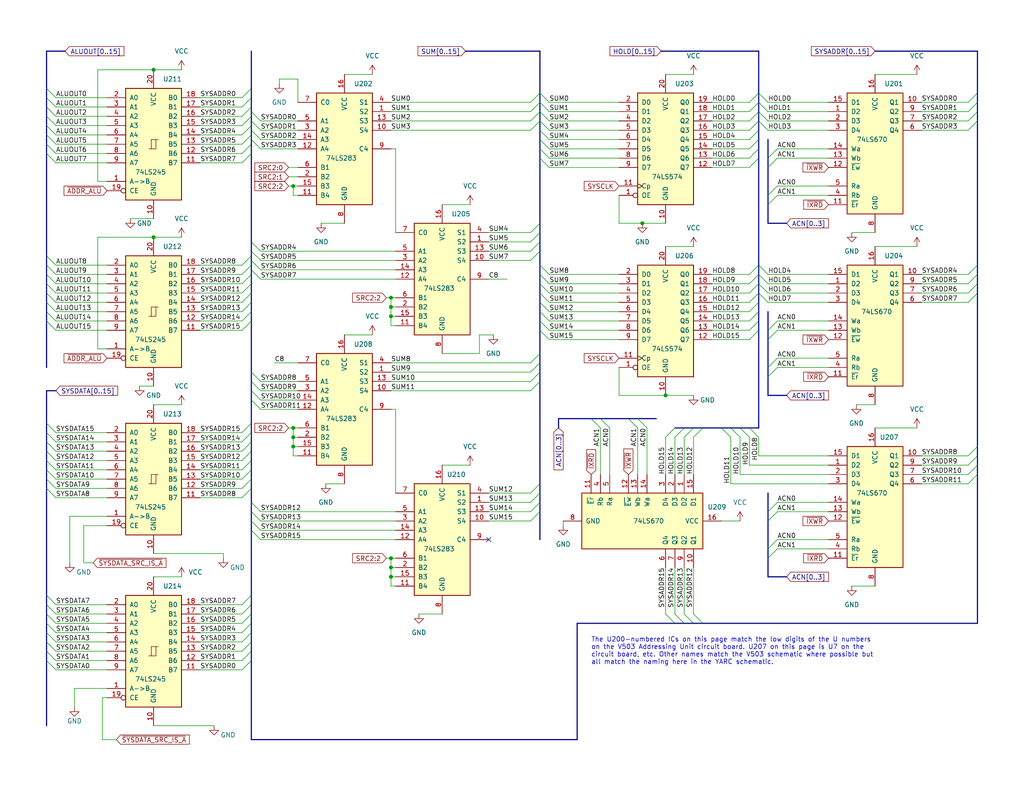
<source format=kicad_sch>
(kicad_sch (version 20230121) (generator eeschema)
  (paper "USLetter")
  (title_block (title "YARC Addressing Unit (AU)"))
  (junction (at 106.68 81.28))
  (junction (at 80.01 116.84))
  (junction (at 106.68 152.4))
  (junction (at 80.01 50.8))
  (junction (at 106.68 83.82))
  (junction (at 106.68 86.36))
  (junction (at 181.61 107.95))
  (junction (at 175.26 60.96))
  (junction (at 106.68 157.48))
  (junction (at 41.91 64.77))
  (junction (at 80.01 121.92))
  (junction (at 106.68 154.94))
  (junction (at 41.91 19.05))
  (junction (at 80.01 119.38))
  (no_connect (at 133.35 147.32))
  (bus_entry (at 68.58 125.73) (size -2.54 2.54))
  (bus_entry (at 186.69 116.84) (size -2.54 2.54))
  (bus_entry (at 266.7 127) (size -2.54 2.54))
  (bus_entry (at 147.32 63.5) (size -2.54 2.54))
  (bus_entry (at 207.01 72.39) (size 2.54 2.54))
  (bus_entry (at 68.58 31.75) (size -2.54 2.54))
  (bus_entry (at 68.58 118.11) (size -2.54 2.54))
  (bus_entry (at 189.23 116.84) (size -2.54 2.54))
  (bus_entry (at 12.7 175.26) (size 2.54 2.54))
  (bus_entry (at 68.58 142.24) (size 2.54 2.54))
  (bus_entry (at 207.01 35.56) (size -2.54 2.54))
  (bus_entry (at 68.58 38.1) (size 2.54 2.54))
  (bus_entry (at 207.01 25.4) (size -2.54 2.54))
  (bus_entry (at 184.15 170.18) (size -2.54 -2.54))
  (bus_entry (at 147.32 77.47) (size 2.54 2.54))
  (bus_entry (at 147.32 33.02) (size -2.54 2.54))
  (bus_entry (at 68.58 82.55) (size -2.54 2.54))
  (bus_entry (at 147.32 74.93) (size 2.54 2.54))
  (bus_entry (at 147.32 87.63) (size 2.54 2.54))
  (bus_entry (at 12.7 180.34) (size 2.54 2.54))
  (bus_entry (at 68.58 35.56) (size 2.54 2.54))
  (bus_entry (at 266.7 74.93) (size -2.54 2.54))
  (bus_entry (at 147.32 38.1) (size 2.54 2.54))
  (bus_entry (at 68.58 109.22) (size 2.54 2.54))
  (bus_entry (at 209.55 92.71) (size 2.54 -2.54))
  (bus_entry (at 12.7 133.35) (size 2.54 2.54))
  (bus_entry (at 209.55 100.33) (size 2.54 -2.54))
  (bus_entry (at 266.7 72.39) (size -2.54 2.54))
  (bus_entry (at 68.58 165.1) (size -2.54 2.54))
  (bus_entry (at 12.7 125.73) (size 2.54 2.54))
  (bus_entry (at 209.55 152.4) (size 2.54 -2.54))
  (bus_entry (at 68.58 101.6) (size 2.54 2.54))
  (bus_entry (at 12.7 162.56) (size 2.54 2.54))
  (bus_entry (at 12.7 74.93) (size 2.54 2.54))
  (bus_entry (at 68.58 128.27) (size -2.54 2.54))
  (bus_entry (at 68.58 137.16) (size 2.54 2.54))
  (bus_entry (at 12.7 177.8) (size 2.54 2.54))
  (bus_entry (at 12.7 41.91) (size 2.54 2.54))
  (bus_entry (at 68.58 71.12) (size 2.54 2.54))
  (bus_entry (at 12.7 130.81) (size 2.54 2.54))
  (bus_entry (at 147.32 30.48) (size -2.54 2.54))
  (bus_entry (at 147.32 66.04) (size -2.54 2.54))
  (bus_entry (at 147.32 134.62) (size -2.54 2.54))
  (bus_entry (at 12.7 26.67) (size 2.54 2.54))
  (bus_entry (at 147.32 104.14) (size -2.54 2.54))
  (bus_entry (at 147.32 99.06) (size -2.54 2.54))
  (bus_entry (at 207.01 27.94) (size -2.54 2.54))
  (bus_entry (at 147.32 33.02) (size 2.54 2.54))
  (bus_entry (at 12.7 115.57) (size 2.54 2.54))
  (bus_entry (at 199.39 116.84) (size 2.54 2.54))
  (bus_entry (at 209.55 53.34) (size 2.54 -2.54))
  (bus_entry (at 209.55 149.86) (size 2.54 -2.54))
  (bus_entry (at 207.01 33.02) (size -2.54 2.54))
  (bus_entry (at 12.7 167.64) (size 2.54 2.54))
  (bus_entry (at 207.01 40.64) (size -2.54 2.54))
  (bus_entry (at 68.58 180.34) (size -2.54 2.54))
  (bus_entry (at 204.47 116.84) (size 2.54 2.54))
  (bus_entry (at 207.01 80.01) (size 2.54 2.54))
  (bus_entry (at 207.01 77.47) (size 2.54 2.54))
  (bus_entry (at 68.58 33.02) (size 2.54 2.54))
  (bus_entry (at 68.58 72.39) (size -2.54 2.54))
  (bus_entry (at 68.58 133.35) (size -2.54 2.54))
  (bus_entry (at 147.32 137.16) (size -2.54 2.54))
  (bus_entry (at 12.7 128.27) (size 2.54 2.54))
  (bus_entry (at 68.58 29.21) (size -2.54 2.54))
  (bus_entry (at 209.55 142.24) (size 2.54 -2.54))
  (bus_entry (at 12.7 36.83) (size 2.54 2.54))
  (bus_entry (at 209.55 55.88) (size 2.54 -2.54))
  (bus_entry (at 147.32 60.96) (size -2.54 2.54))
  (bus_entry (at 209.55 139.7) (size 2.54 -2.54))
  (bus_entry (at 163.83 114.3) (size 2.54 2.54))
  (bus_entry (at 12.7 72.39) (size 2.54 2.54))
  (bus_entry (at 12.7 120.65) (size 2.54 2.54))
  (bus_entry (at 147.32 43.18) (size 2.54 2.54))
  (bus_entry (at 209.55 102.87) (size 2.54 -2.54))
  (bus_entry (at 68.58 74.93) (size -2.54 2.54))
  (bus_entry (at 207.01 72.39) (size -2.54 2.54))
  (bus_entry (at 266.7 80.01) (size -2.54 2.54))
  (bus_entry (at 266.7 124.46) (size -2.54 2.54))
  (bus_entry (at 68.58 36.83) (size -2.54 2.54))
  (bus_entry (at 207.01 87.63) (size -2.54 2.54))
  (bus_entry (at 147.32 72.39) (size 2.54 2.54))
  (bus_entry (at 68.58 120.65) (size -2.54 2.54))
  (bus_entry (at 191.77 170.18) (size -2.54 -2.54))
  (bus_entry (at 161.29 114.3) (size 2.54 2.54))
  (bus_entry (at 12.7 82.55) (size 2.54 2.54))
  (bus_entry (at 68.58 80.01) (size -2.54 2.54))
  (bus_entry (at 12.7 80.01) (size 2.54 2.54))
  (bus_entry (at 201.93 116.84) (size 2.54 2.54))
  (bus_entry (at 207.01 27.94) (size 2.54 2.54))
  (bus_entry (at 147.32 30.48) (size 2.54 2.54))
  (bus_entry (at 68.58 106.68) (size 2.54 2.54))
  (bus_entry (at 207.01 30.48) (size -2.54 2.54))
  (bus_entry (at 266.7 33.02) (size -2.54 2.54))
  (bus_entry (at 147.32 27.94) (size 2.54 2.54))
  (bus_entry (at 12.7 85.09) (size 2.54 2.54))
  (bus_entry (at 207.01 74.93) (size 2.54 2.54))
  (bus_entry (at 68.58 177.8) (size -2.54 2.54))
  (bus_entry (at 207.01 38.1) (size -2.54 2.54))
  (bus_entry (at 207.01 25.4) (size 2.54 2.54))
  (bus_entry (at 68.58 144.78) (size 2.54 2.54))
  (bus_entry (at 12.7 29.21) (size 2.54 2.54))
  (bus_entry (at 147.32 27.94) (size -2.54 2.54))
  (bus_entry (at 147.32 85.09) (size 2.54 2.54))
  (bus_entry (at 68.58 26.67) (size -2.54 2.54))
  (bus_entry (at 266.7 121.92) (size -2.54 2.54))
  (bus_entry (at 12.7 172.72) (size 2.54 2.54))
  (bus_entry (at 68.58 68.58) (size 2.54 2.54))
  (bus_entry (at 191.77 116.84) (size -2.54 2.54))
  (bus_entry (at 207.01 43.18) (size -2.54 2.54))
  (bus_entry (at 12.7 69.85) (size 2.54 2.54))
  (bus_entry (at 68.58 73.66) (size 2.54 2.54))
  (bus_entry (at 209.55 90.17) (size 2.54 -2.54))
  (bus_entry (at 147.32 25.4) (size 2.54 2.54))
  (bus_entry (at 207.01 90.17) (size -2.54 2.54))
  (bus_entry (at 12.7 87.63) (size 2.54 2.54))
  (bus_entry (at 68.58 172.72) (size -2.54 2.54))
  (bus_entry (at 207.01 30.48) (size 2.54 2.54))
  (bus_entry (at 68.58 30.48) (size 2.54 2.54))
  (bus_entry (at 207.01 74.93) (size -2.54 2.54))
  (bus_entry (at 266.7 27.94) (size -2.54 2.54))
  (bus_entry (at 186.69 170.18) (size -2.54 -2.54))
  (bus_entry (at 207.01 85.09) (size -2.54 2.54))
  (bus_entry (at 68.58 41.91) (size -2.54 2.54))
  (bus_entry (at 12.7 24.13) (size 2.54 2.54))
  (bus_entry (at 207.01 33.02) (size 2.54 2.54))
  (bus_entry (at 266.7 30.48) (size -2.54 2.54))
  (bus_entry (at 68.58 115.57) (size -2.54 2.54))
  (bus_entry (at 147.32 82.55) (size 2.54 2.54))
  (bus_entry (at 147.32 101.6) (size -2.54 2.54))
  (bus_entry (at 68.58 34.29) (size -2.54 2.54))
  (bus_entry (at 68.58 170.18) (size -2.54 2.54))
  (bus_entry (at 68.58 85.09) (size -2.54 2.54))
  (bus_entry (at 12.7 34.29) (size 2.54 2.54))
  (bus_entry (at 189.23 170.18) (size -2.54 -2.54))
  (bus_entry (at 68.58 167.64) (size -2.54 2.54))
  (bus_entry (at 68.58 24.13) (size -2.54 2.54))
  (bus_entry (at 68.58 69.85) (size -2.54 2.54))
  (bus_entry (at 196.85 116.84) (size 2.54 2.54))
  (bus_entry (at 12.7 170.18) (size 2.54 2.54))
  (bus_entry (at 147.32 132.08) (size -2.54 2.54))
  (bus_entry (at 147.32 96.52) (size -2.54 2.54))
  (bus_entry (at 68.58 123.19) (size -2.54 2.54))
  (bus_entry (at 12.7 31.75) (size 2.54 2.54))
  (bus_entry (at 12.7 118.11) (size 2.54 2.54))
  (bus_entry (at 12.7 123.19) (size 2.54 2.54))
  (bus_entry (at 68.58 175.26) (size -2.54 2.54))
  (bus_entry (at 209.55 45.72) (size 2.54 -2.54))
  (bus_entry (at 173.99 114.3) (size 2.54 2.54))
  (bus_entry (at 147.32 40.64) (size 2.54 2.54))
  (bus_entry (at 147.32 25.4) (size -2.54 2.54))
  (bus_entry (at 266.7 25.4) (size -2.54 2.54))
  (bus_entry (at 147.32 35.56) (size 2.54 2.54))
  (bus_entry (at 12.7 39.37) (size 2.54 2.54))
  (bus_entry (at 68.58 39.37) (size -2.54 2.54))
  (bus_entry (at 68.58 104.14) (size 2.54 2.54))
  (bus_entry (at 12.7 77.47) (size 2.54 2.54))
  (bus_entry (at 68.58 66.04) (size 2.54 2.54))
  (bus_entry (at 266.7 129.54) (size -2.54 2.54))
  (bus_entry (at 68.58 162.56) (size -2.54 2.54))
  (bus_entry (at 209.55 43.18) (size 2.54 -2.54))
  (bus_entry (at 147.32 90.17) (size 2.54 2.54))
  (bus_entry (at 207.01 82.55) (size -2.54 2.54))
  (bus_entry (at 68.58 130.81) (size -2.54 2.54))
  (bus_entry (at 12.7 165.1) (size 2.54 2.54))
  (bus_entry (at 207.01 80.01) (size -2.54 2.54))
  (bus_entry (at 171.45 114.3) (size 2.54 2.54))
  (bus_entry (at 207.01 77.47) (size -2.54 2.54))
  (bus_entry (at 68.58 87.63) (size -2.54 2.54))
  (bus_entry (at 147.32 139.7) (size -2.54 2.54))
  (bus_entry (at 68.58 139.7) (size 2.54 2.54))
  (bus_entry (at 68.58 77.47) (size -2.54 2.54))
  (bus_entry (at 184.15 116.84) (size -2.54 2.54))
  (bus_entry (at 147.32 68.58) (size -2.54 2.54))
  (bus_entry (at 147.32 80.01) (size 2.54 2.54))
  (bus_entry (at 266.7 77.47) (size -2.54 2.54))
  (wire (pts (xy 166.37 116.84) (xy 166.37 129.54)))
  (wire (pts (xy 15.24 165.1) (xy 29.21 165.1)))
  (bus (pts (xy 207.01 27.94) (xy 207.01 30.48)))
  (wire (pts (xy 120.65 96.52) (xy 130.81 96.52)))
  (bus (pts (xy 12.7 120.65) (xy 12.7 123.19)))
  (bus (pts (xy 147.32 77.47) (xy 147.32 80.01)))
  (wire (pts (xy 133.35 71.12) (xy 144.78 71.12)))
  (wire (pts (xy 133.35 134.62) (xy 144.78 134.62)))
  (wire (pts (xy 194.31 80.01) (xy 204.47 80.01)))
  (bus (pts (xy 68.58 33.02) (xy 68.58 34.29)))
  (bus (pts (xy 163.83 114.3) (xy 161.29 114.3)))
  (bus (pts (xy 191.77 116.84) (xy 196.85 116.84)))
  (wire (pts (xy 209.55 74.93) (xy 226.06 74.93)))
  (wire (pts (xy 106.68 86.36) (xy 107.95 86.36)))
  (bus (pts (xy 147.32 30.48) (xy 147.32 33.02)))
  (wire (pts (xy 76.2 21.59) (xy 76.2 22.86)))
  (wire (pts (xy 106.68 83.82) (xy 107.95 83.82)))
  (bus (pts (xy 266.7 127) (xy 266.7 129.54)))
  (bus (pts (xy 209.55 90.17) (xy 209.55 92.71)))
  (wire (pts (xy 71.12 71.12) (xy 107.95 71.12)))
  (wire (pts (xy 54.61 82.55) (xy 66.04 82.55)))
  (wire (pts (xy 15.24 123.19) (xy 29.21 123.19)))
  (wire (pts (xy 194.31 92.71) (xy 204.47 92.71)))
  (bus (pts (xy 209.55 38.1) (xy 209.55 43.18)))
  (wire (pts (xy 106.68 111.76) (xy 107.95 111.76)))
  (wire (pts (xy 54.61 130.81) (xy 66.04 130.81)))
  (wire (pts (xy 71.12 109.22) (xy 81.28 109.22)))
  (wire (pts (xy 209.55 30.48) (xy 226.06 30.48)))
  (wire (pts (xy 149.86 82.55) (xy 168.91 82.55)))
  (wire (pts (xy 78.74 45.72) (xy 81.28 45.72)))
  (wire (pts (xy 54.61 72.39) (xy 66.04 72.39)))
  (wire (pts (xy 106.68 99.06) (xy 144.78 99.06)))
  (wire (pts (xy 133.35 76.2) (xy 138.43 76.2)))
  (bus (pts (xy 147.32 74.93) (xy 147.32 77.47)))
  (bus (pts (xy 68.58 71.12) (xy 68.58 72.39)))
  (bus (pts (xy 12.7 39.37) (xy 12.7 41.91)))
  (wire (pts (xy 29.21 95.25) (xy 26.67 95.25)))
  (bus (pts (xy 68.58 133.35) (xy 68.58 137.16)))
  (bus (pts (xy 266.7 170.18) (xy 191.77 170.18)))
  (wire (pts (xy 15.24 177.8) (xy 29.21 177.8)))
  (bus (pts (xy 207.01 38.1) (xy 207.01 40.64)))
  (bus (pts (xy 207.01 33.02) (xy 207.01 35.56)))
  (wire (pts (xy 251.46 82.55) (xy 264.16 82.55)))
  (wire (pts (xy 106.68 30.48) (xy 144.78 30.48)))
  (bus (pts (xy 184.15 170.18) (xy 157.48 170.18)))
  (bus (pts (xy 209.55 142.24) (xy 209.55 149.86)))
  (wire (pts (xy 15.24 44.45) (xy 29.21 44.45)))
  (wire (pts (xy 87.63 60.96) (xy 93.98 60.96)))
  (bus (pts (xy 173.99 114.3) (xy 179.07 114.3)))
  (wire (pts (xy 93.98 91.44) (xy 101.6 91.44)))
  (wire (pts (xy 78.74 50.8) (xy 80.01 50.8)))
  (wire (pts (xy 251.46 80.01) (xy 264.16 80.01)))
  (wire (pts (xy 29.21 187.96) (xy 20.32 187.96)))
  (bus (pts (xy 207.01 77.47) (xy 207.01 80.01)))
  (wire (pts (xy 106.68 154.94) (xy 106.68 157.48)))
  (wire (pts (xy 41.91 64.77) (xy 49.53 64.77)))
  (bus (pts (xy 12.7 162.56) (xy 12.7 165.1)))
  (bus (pts (xy 12.7 24.13) (xy 12.7 26.67)))
  (bus (pts (xy 147.32 60.96) (xy 147.32 63.5)))
  (wire (pts (xy 80.01 121.92) (xy 81.28 121.92)))
  (wire (pts (xy 209.55 27.94) (xy 226.06 27.94)))
  (wire (pts (xy 189.23 119.38) (xy 189.23 129.54)))
  (bus (pts (xy 209.55 102.87) (xy 209.55 107.95)))
  (wire (pts (xy 71.12 106.68) (xy 81.28 106.68)))
  (bus (pts (xy 68.58 30.48) (xy 68.58 31.75)))
  (bus (pts (xy 12.7 80.01) (xy 12.7 82.55)))
  (bus (pts (xy 17.78 13.97) (xy 12.7 13.97)))
  (bus (pts (xy 12.7 165.1) (xy 12.7 167.64)))
  (bus (pts (xy 12.7 87.63) (xy 12.7 100.33)))
  (bus (pts (xy 147.32 96.52) (xy 147.32 99.06)))
  (wire (pts (xy 209.55 77.47) (xy 226.06 77.47)))
  (bus (pts (xy 12.7 128.27) (xy 12.7 130.81)))
  (bus (pts (xy 68.58 24.13) (xy 68.58 26.67)))
  (wire (pts (xy 149.86 45.72) (xy 168.91 45.72)))
  (bus (pts (xy 207.01 90.17) (xy 207.01 116.84)))
  (bus (pts (xy 12.7 130.81) (xy 12.7 133.35)))
  (bus (pts (xy 147.32 35.56) (xy 147.32 38.1)))
  (wire (pts (xy 71.12 111.76) (xy 81.28 111.76)))
  (wire (pts (xy 133.35 66.04) (xy 144.78 66.04)))
  (wire (pts (xy 212.09 40.64) (xy 226.06 40.64)))
  (bus (pts (xy 207.01 13.97) (xy 207.01 25.4)))
  (bus (pts (xy 266.7 77.47) (xy 266.7 80.01)))
  (wire (pts (xy 54.61 87.63) (xy 66.04 87.63)))
  (bus (pts (xy 207.01 72.39) (xy 207.01 74.93)))
  (bus (pts (xy 209.55 152.4) (xy 209.55 157.48)))
  (wire (pts (xy 175.26 60.96) (xy 181.61 60.96)))
  (bus (pts (xy 207.01 25.4) (xy 207.01 27.94)))
  (wire (pts (xy 149.86 38.1) (xy 168.91 38.1)))
  (bus (pts (xy 209.55 53.34) (xy 209.55 55.88)))
  (bus (pts (xy 68.58 36.83) (xy 68.58 38.1)))
  (bus (pts (xy 266.7 72.39) (xy 266.7 74.93)))
  (wire (pts (xy 106.68 152.4) (xy 107.95 152.4)))
  (wire (pts (xy 238.76 20.32) (xy 250.19 20.32)))
  (bus (pts (xy 12.7 118.11) (xy 12.7 120.65)))
  (wire (pts (xy 26.67 49.53) (xy 26.67 19.05)))
  (bus (pts (xy 68.58 13.97) (xy 68.58 24.13)))
  (wire (pts (xy 54.61 177.8) (xy 66.04 177.8)))
  (wire (pts (xy 54.61 123.19) (xy 66.04 123.19)))
  (bus (pts (xy 68.58 137.16) (xy 68.58 139.7)))
  (wire (pts (xy 107.95 88.9) (xy 106.68 88.9)))
  (bus (pts (xy 12.7 172.72) (xy 12.7 175.26)))
  (bus (pts (xy 68.58 144.78) (xy 68.58 162.56)))
  (wire (pts (xy 80.01 119.38) (xy 80.01 121.92)))
  (wire (pts (xy 181.61 154.94) (xy 181.61 167.64)))
  (bus (pts (xy 12.7 41.91) (xy 12.7 69.85)))
  (wire (pts (xy 209.55 35.56) (xy 226.06 35.56)))
  (wire (pts (xy 251.46 35.56) (xy 264.16 35.56)))
  (wire (pts (xy 196.85 142.24) (xy 201.93 142.24)))
  (wire (pts (xy 149.86 90.17) (xy 168.91 90.17)))
  (bus (pts (xy 266.7 80.01) (xy 266.7 121.92)))
  (wire (pts (xy 88.9 132.08) (xy 93.98 132.08)))
  (wire (pts (xy 54.61 90.17) (xy 66.04 90.17)))
  (wire (pts (xy 105.41 152.4) (xy 106.68 152.4)))
  (bus (pts (xy 68.58 87.63) (xy 68.58 101.6)))
  (wire (pts (xy 78.74 116.84) (xy 80.01 116.84)))
  (wire (pts (xy 149.86 35.56) (xy 168.91 35.56)))
  (bus (pts (xy 199.39 116.84) (xy 201.93 116.84)))
  (wire (pts (xy 54.61 182.88) (xy 66.04 182.88)))
  (wire (pts (xy 130.81 91.44) (xy 134.62 91.44)))
  (bus (pts (xy 68.58 106.68) (xy 68.58 109.22)))
  (wire (pts (xy 194.31 27.94) (xy 204.47 27.94)))
  (wire (pts (xy 212.09 53.34) (xy 226.06 53.34)))
  (wire (pts (xy 71.12 73.66) (xy 107.95 73.66)))
  (wire (pts (xy 22.86 143.51) (xy 22.86 153.67)))
  (wire (pts (xy 149.86 33.02) (xy 168.91 33.02)))
  (wire (pts (xy 15.24 125.73) (xy 29.21 125.73)))
  (bus (pts (xy 127 13.97) (xy 147.32 13.97)))
  (wire (pts (xy 71.12 147.32) (xy 107.95 147.32)))
  (bus (pts (xy 68.58 118.11) (xy 68.58 120.65)))
  (wire (pts (xy 15.24 130.81) (xy 29.21 130.81)))
  (bus (pts (xy 147.32 72.39) (xy 147.32 74.93)))
  (bus (pts (xy 68.58 142.24) (xy 68.58 144.78)))
  (bus (pts (xy 191.77 170.18) (xy 189.23 170.18)))
  (bus (pts (xy 147.32 66.04) (xy 147.32 68.58)))
  (bus (pts (xy 147.32 38.1) (xy 147.32 40.64)))
  (bus (pts (xy 12.7 69.85) (xy 12.7 72.39)))
  (wire (pts (xy 78.74 48.26) (xy 81.28 48.26)))
  (wire (pts (xy 194.31 90.17) (xy 204.47 90.17)))
  (bus (pts (xy 12.7 77.47) (xy 12.7 80.01)))
  (bus (pts (xy 184.15 116.84) (xy 186.69 116.84)))
  (wire (pts (xy 19.05 140.97) (xy 19.05 153.67)))
  (wire (pts (xy 173.99 116.84) (xy 173.99 129.54)))
  (bus (pts (xy 196.85 116.84) (xy 199.39 116.84)))
  (bus (pts (xy 207.01 43.18) (xy 207.01 72.39)))
  (wire (pts (xy 31.75 201.93) (xy 27.94 201.93)))
  (wire (pts (xy 212.09 50.8) (xy 226.06 50.8)))
  (wire (pts (xy 71.12 142.24) (xy 107.95 142.24)))
  (bus (pts (xy 68.58 139.7) (xy 68.58 142.24)))
  (wire (pts (xy 163.83 116.84) (xy 163.83 129.54)))
  (wire (pts (xy 26.67 64.77) (xy 41.91 64.77)))
  (wire (pts (xy 41.91 157.48) (xy 49.53 157.48)))
  (wire (pts (xy 204.47 119.38) (xy 204.47 127)))
  (wire (pts (xy 212.09 87.63) (xy 226.06 87.63)))
  (wire (pts (xy 199.39 132.08) (xy 226.06 132.08)))
  (bus (pts (xy 186.69 116.84) (xy 189.23 116.84)))
  (bus (pts (xy 147.32 85.09) (xy 147.32 87.63)))
  (wire (pts (xy 27.94 190.5) (xy 29.21 190.5)))
  (bus (pts (xy 68.58 130.81) (xy 68.58 133.35)))
  (wire (pts (xy 81.28 53.34) (xy 80.01 53.34)))
  (bus (pts (xy 147.32 63.5) (xy 147.32 66.04)))
  (wire (pts (xy 22.86 153.67) (xy 25.4 153.67)))
  (wire (pts (xy 232.41 160.02) (xy 238.76 160.02)))
  (wire (pts (xy 149.86 30.48) (xy 168.91 30.48)))
  (wire (pts (xy 58.42 198.12) (xy 41.91 198.12)))
  (bus (pts (xy 147.32 90.17) (xy 147.32 96.52)))
  (wire (pts (xy 54.61 29.21) (xy 66.04 29.21)))
  (wire (pts (xy 106.68 81.28) (xy 106.68 83.82)))
  (wire (pts (xy 81.28 27.94) (xy 81.28 21.59)))
  (bus (pts (xy 147.32 25.4) (xy 147.32 27.94)))
  (wire (pts (xy 251.46 77.47) (xy 264.16 77.47)))
  (wire (pts (xy 80.01 119.38) (xy 81.28 119.38)))
  (bus (pts (xy 68.58 85.09) (xy 68.58 87.63)))
  (bus (pts (xy 209.55 43.18) (xy 209.55 45.72)))
  (wire (pts (xy 60.96 151.13) (xy 41.91 151.13)))
  (wire (pts (xy 209.55 82.55) (xy 226.06 82.55)))
  (wire (pts (xy 54.61 175.26) (xy 66.04 175.26)))
  (wire (pts (xy 15.24 34.29) (xy 29.21 34.29)))
  (bus (pts (xy 173.99 114.3) (xy 171.45 114.3)))
  (wire (pts (xy 120.65 55.88) (xy 128.27 55.88)))
  (bus (pts (xy 12.7 177.8) (xy 12.7 180.34)))
  (bus (pts (xy 68.58 31.75) (xy 68.58 33.02)))
  (bus (pts (xy 147.32 134.62) (xy 147.32 137.16)))
  (bus (pts (xy 171.45 114.3) (xy 163.83 114.3)))
  (bus (pts (xy 266.7 13.97) (xy 266.7 25.4)))
  (wire (pts (xy 106.68 152.4) (xy 106.68 154.94)))
  (wire (pts (xy 181.61 119.38) (xy 181.61 129.54)))
  (bus (pts (xy 12.7 72.39) (xy 12.7 74.93)))
  (bus (pts (xy 209.55 139.7) (xy 209.55 142.24)))
  (wire (pts (xy 181.61 20.32) (xy 189.23 20.32)))
  (bus (pts (xy 147.32 27.94) (xy 147.32 30.48)))
  (wire (pts (xy 251.46 124.46) (xy 264.16 124.46)))
  (bus (pts (xy 68.58 82.55) (xy 68.58 85.09)))
  (wire (pts (xy 26.67 19.05) (xy 41.91 19.05)))
  (wire (pts (xy 15.24 167.64) (xy 29.21 167.64)))
  (bus (pts (xy 209.55 85.09) (xy 209.55 90.17)))
  (wire (pts (xy 107.95 160.02) (xy 106.68 160.02)))
  (bus (pts (xy 147.32 13.97) (xy 147.32 25.4)))
  (bus (pts (xy 207.01 87.63) (xy 207.01 90.17)))
  (wire (pts (xy 106.68 27.94) (xy 144.78 27.94)))
  (bus (pts (xy 207.01 80.01) (xy 207.01 82.55)))
  (bus (pts (xy 68.58 109.22) (xy 68.58 115.57)))
  (wire (pts (xy 54.61 31.75) (xy 66.04 31.75)))
  (wire (pts (xy 15.24 182.88) (xy 29.21 182.88)))
  (wire (pts (xy 106.68 81.28) (xy 107.95 81.28)))
  (bus (pts (xy 152.4 116.84) (xy 152.4 114.3)))
  (bus (pts (xy 68.58 162.56) (xy 68.58 165.1)))
  (wire (pts (xy 212.09 149.86) (xy 226.06 149.86)))
  (wire (pts (xy 251.46 30.48) (xy 264.16 30.48)))
  (wire (pts (xy 212.09 43.18) (xy 226.06 43.18)))
  (bus (pts (xy 201.93 116.84) (xy 204.47 116.84)))
  (wire (pts (xy 15.24 170.18) (xy 29.21 170.18)))
  (wire (pts (xy 15.24 74.93) (xy 29.21 74.93)))
  (wire (pts (xy 81.28 124.46) (xy 80.01 124.46)))
  (wire (pts (xy 54.61 165.1) (xy 66.04 165.1)))
  (wire (pts (xy 133.35 139.7) (xy 144.78 139.7)))
  (bus (pts (xy 189.23 116.84) (xy 191.77 116.84)))
  (wire (pts (xy 149.86 92.71) (xy 168.91 92.71)))
  (bus (pts (xy 68.58 34.29) (xy 68.58 35.56)))
  (bus (pts (xy 68.58 101.6) (xy 68.58 104.14)))
  (wire (pts (xy 251.46 74.93) (xy 264.16 74.93)))
  (bus (pts (xy 207.01 82.55) (xy 207.01 85.09)))
  (bus (pts (xy 266.7 129.54) (xy 266.7 170.18)))
  (wire (pts (xy 15.24 90.17) (xy 29.21 90.17)))
  (wire (pts (xy 15.24 175.26) (xy 29.21 175.26)))
  (bus (pts (xy 68.58 172.72) (xy 68.58 175.26)))
  (wire (pts (xy 38.1 105.41) (xy 41.91 105.41)))
  (wire (pts (xy 133.35 68.58) (xy 144.78 68.58)))
  (wire (pts (xy 106.68 106.68) (xy 144.78 106.68)))
  (wire (pts (xy 194.31 30.48) (xy 204.47 30.48)))
  (wire (pts (xy 80.01 50.8) (xy 81.28 50.8)))
  (wire (pts (xy 80.01 116.84) (xy 80.01 119.38)))
  (wire (pts (xy 15.24 82.55) (xy 29.21 82.55)))
  (wire (pts (xy 251.46 127) (xy 264.16 127)))
  (bus (pts (xy 68.58 123.19) (xy 68.58 125.73)))
  (wire (pts (xy 71.12 33.02) (xy 81.28 33.02)))
  (wire (pts (xy 15.24 172.72) (xy 29.21 172.72)))
  (bus (pts (xy 68.58 104.14) (xy 68.58 106.68)))
  (wire (pts (xy 71.12 38.1) (xy 81.28 38.1)))
  (wire (pts (xy 106.68 83.82) (xy 106.68 86.36)))
  (wire (pts (xy 168.91 107.95) (xy 181.61 107.95)))
  (wire (pts (xy 54.61 167.64) (xy 66.04 167.64)))
  (wire (pts (xy 71.12 104.14) (xy 81.28 104.14)))
  (bus (pts (xy 68.58 72.39) (xy 68.58 73.66)))
  (wire (pts (xy 27.94 201.93) (xy 27.94 190.5)))
  (wire (pts (xy 186.69 154.94) (xy 186.69 167.64)))
  (wire (pts (xy 54.61 133.35) (xy 66.04 133.35)))
  (bus (pts (xy 68.58 128.27) (xy 68.58 130.81)))
  (bus (pts (xy 12.7 36.83) (xy 12.7 39.37)))
  (wire (pts (xy 15.24 77.47) (xy 29.21 77.47)))
  (bus (pts (xy 68.58 180.34) (xy 68.58 201.93)))
  (wire (pts (xy 212.09 90.17) (xy 226.06 90.17)))
  (wire (pts (xy 106.68 101.6) (xy 144.78 101.6)))
  (bus (pts (xy 68.58 201.93) (xy 157.48 201.93)))
  (wire (pts (xy 54.61 36.83) (xy 66.04 36.83)))
  (wire (pts (xy 29.21 143.51) (xy 22.86 143.51)))
  (bus (pts (xy 68.58 125.73) (xy 68.58 128.27)))
  (wire (pts (xy 194.31 40.64) (xy 204.47 40.64)))
  (bus (pts (xy 214.63 60.96) (xy 209.55 60.96)))
  (bus (pts (xy 68.58 29.21) (xy 68.58 30.48)))
  (wire (pts (xy 106.68 33.02) (xy 144.78 33.02)))
  (wire (pts (xy 251.46 132.08) (xy 264.16 132.08)))
  (wire (pts (xy 15.24 133.35) (xy 29.21 133.35)))
  (wire (pts (xy 176.53 116.84) (xy 176.53 129.54)))
  (bus (pts (xy 68.58 68.58) (xy 68.58 69.85)))
  (wire (pts (xy 54.61 118.11) (xy 66.04 118.11)))
  (bus (pts (xy 12.7 82.55) (xy 12.7 85.09)))
  (wire (pts (xy 181.61 67.31) (xy 189.23 67.31)))
  (wire (pts (xy 71.12 68.58) (xy 107.95 68.58)))
  (wire (pts (xy 15.24 135.89) (xy 29.21 135.89)))
  (bus (pts (xy 68.58 80.01) (xy 68.58 82.55)))
  (wire (pts (xy 80.01 116.84) (xy 81.28 116.84)))
  (bus (pts (xy 68.58 175.26) (xy 68.58 177.8)))
  (wire (pts (xy 71.12 76.2) (xy 107.95 76.2)))
  (bus (pts (xy 209.55 45.72) (xy 209.55 53.34)))
  (bus (pts (xy 147.32 137.16) (xy 147.32 139.7)))
  (wire (pts (xy 194.31 33.02) (xy 204.47 33.02)))
  (wire (pts (xy 20.32 187.96) (xy 20.32 193.04)))
  (bus (pts (xy 68.58 26.67) (xy 68.58 29.21)))
  (wire (pts (xy 133.35 137.16) (xy 144.78 137.16)))
  (wire (pts (xy 54.61 128.27) (xy 66.04 128.27)))
  (wire (pts (xy 106.68 86.36) (xy 106.68 88.9)))
  (wire (pts (xy 194.31 38.1) (xy 204.47 38.1)))
  (bus (pts (xy 12.7 29.21) (xy 12.7 31.75)))
  (bus (pts (xy 266.7 121.92) (xy 266.7 124.46)))
  (wire (pts (xy 207.01 124.46) (xy 226.06 124.46)))
  (bus (pts (xy 147.32 43.18) (xy 147.32 60.96)))
  (bus (pts (xy 266.7 124.46) (xy 266.7 127)))
  (bus (pts (xy 207.01 30.48) (xy 207.01 33.02)))
  (bus (pts (xy 204.47 116.84) (xy 207.01 116.84)))
  (wire (pts (xy 149.86 40.64) (xy 168.91 40.64)))
  (bus (pts (xy 147.32 139.7) (xy 147.32 147.32)))
  (bus (pts (xy 214.63 107.95) (xy 209.55 107.95)))
  (wire (pts (xy 209.55 80.01) (xy 226.06 80.01)))
  (bus (pts (xy 68.58 73.66) (xy 68.58 74.93)))
  (bus (pts (xy 68.58 41.91) (xy 68.58 66.04)))
  (bus (pts (xy 12.7 170.18) (xy 12.7 172.72)))
  (bus (pts (xy 12.7 167.64) (xy 12.7 170.18)))
  (bus (pts (xy 12.7 180.34) (xy 12.7 198.12)))
  (wire (pts (xy 107.95 40.64) (xy 107.95 63.5)))
  (wire (pts (xy 54.61 44.45) (xy 66.04 44.45)))
  (bus (pts (xy 209.55 92.71) (xy 209.55 100.33)))
  (wire (pts (xy 209.55 33.02) (xy 226.06 33.02)))
  (wire (pts (xy 15.24 36.83) (xy 29.21 36.83)))
  (wire (pts (xy 15.24 87.63) (xy 29.21 87.63)))
  (wire (pts (xy 15.24 180.34) (xy 29.21 180.34)))
  (wire (pts (xy 74.93 99.06) (xy 81.28 99.06)))
  (wire (pts (xy 149.86 74.93) (xy 168.91 74.93)))
  (bus (pts (xy 68.58 69.85) (xy 68.58 71.12)))
  (bus (pts (xy 12.7 26.67) (xy 12.7 29.21)))
  (wire (pts (xy 106.68 40.64) (xy 107.95 40.64)))
  (wire (pts (xy 251.46 33.02) (xy 264.16 33.02)))
  (wire (pts (xy 130.81 96.52) (xy 130.81 91.44)))
  (wire (pts (xy 120.65 127) (xy 128.27 127)))
  (wire (pts (xy 54.61 39.37) (xy 66.04 39.37)))
  (wire (pts (xy 149.86 27.94) (xy 168.91 27.94)))
  (bus (pts (xy 12.7 123.19) (xy 12.7 125.73)))
  (wire (pts (xy 106.68 157.48) (xy 106.68 160.02)))
  (wire (pts (xy 251.46 27.94) (xy 264.16 27.94)))
  (bus (pts (xy 12.7 106.68) (xy 12.7 115.57)))
  (wire (pts (xy 212.09 139.7) (xy 226.06 139.7)))
  (wire (pts (xy 189.23 154.94) (xy 189.23 167.64)))
  (wire (pts (xy 15.24 128.27) (xy 29.21 128.27)))
  (wire (pts (xy 106.68 104.14) (xy 144.78 104.14)))
  (wire (pts (xy 15.24 72.39) (xy 29.21 72.39)))
  (wire (pts (xy 54.61 125.73) (xy 66.04 125.73)))
  (wire (pts (xy 93.98 20.32) (xy 101.6 20.32)))
  (wire (pts (xy 153.67 142.24) (xy 153.67 143.51)))
  (wire (pts (xy 15.24 80.01) (xy 29.21 80.01)))
  (wire (pts (xy 149.86 77.47) (xy 168.91 77.47)))
  (wire (pts (xy 194.31 82.55) (xy 204.47 82.55)))
  (wire (pts (xy 168.91 100.33) (xy 168.91 107.95)))
  (wire (pts (xy 15.24 118.11) (xy 29.21 118.11)))
  (wire (pts (xy 54.61 80.01) (xy 66.04 80.01)))
  (wire (pts (xy 194.31 77.47) (xy 204.47 77.47)))
  (wire (pts (xy 204.47 127) (xy 226.06 127)))
  (wire (pts (xy 15.24 29.21) (xy 29.21 29.21)))
  (bus (pts (xy 147.32 40.64) (xy 147.32 43.18)))
  (bus (pts (xy 12.7 133.35) (xy 12.7 162.56)))
  (bus (pts (xy 68.58 167.64) (xy 68.58 170.18)))
  (wire (pts (xy 54.61 26.67) (xy 66.04 26.67)))
  (bus (pts (xy 68.58 170.18) (xy 68.58 172.72)))
  (bus (pts (xy 12.7 13.97) (xy 12.7 24.13)))
  (wire (pts (xy 29.21 49.53) (xy 26.67 49.53)))
  (bus (pts (xy 15.24 106.68) (xy 12.7 106.68)))
  (bus (pts (xy 68.58 77.47) (xy 68.58 80.01)))
  (wire (pts (xy 54.61 180.34) (xy 66.04 180.34)))
  (wire (pts (xy 54.61 170.18) (xy 66.04 170.18)))
  (bus (pts (xy 147.32 80.01) (xy 147.32 82.55)))
  (wire (pts (xy 212.09 137.16) (xy 226.06 137.16)))
  (bus (pts (xy 147.32 82.55) (xy 147.32 85.09)))
  (bus (pts (xy 147.32 104.14) (xy 147.32 132.08)))
  (bus (pts (xy 266.7 74.93) (xy 266.7 77.47)))
  (wire (pts (xy 232.41 63.5) (xy 238.76 63.5)))
  (bus (pts (xy 147.32 101.6) (xy 147.32 104.14)))
  (wire (pts (xy 54.61 172.72) (xy 66.04 172.72)))
  (wire (pts (xy 184.15 154.94) (xy 184.15 167.64)))
  (bus (pts (xy 189.23 170.18) (xy 186.69 170.18)))
  (wire (pts (xy 54.61 77.47) (xy 66.04 77.47)))
  (bus (pts (xy 209.55 100.33) (xy 209.55 102.87)))
  (bus (pts (xy 147.32 87.63) (xy 147.32 90.17)))
  (bus (pts (xy 161.29 114.3) (xy 152.4 114.3)))
  (wire (pts (xy 149.86 85.09) (xy 168.91 85.09)))
  (bus (pts (xy 180.34 13.97) (xy 207.01 13.97)))
  (wire (pts (xy 201.93 119.38) (xy 201.93 129.54)))
  (wire (pts (xy 80.01 121.92) (xy 80.01 124.46)))
  (wire (pts (xy 107.95 111.76) (xy 107.95 134.62)))
  (wire (pts (xy 106.68 35.56) (xy 144.78 35.56)))
  (bus (pts (xy 157.48 170.18) (xy 157.48 201.93)))
  (bus (pts (xy 68.58 120.65) (xy 68.58 123.19)))
  (wire (pts (xy 71.12 35.56) (xy 81.28 35.56)))
  (wire (pts (xy 106.68 157.48) (xy 107.95 157.48)))
  (wire (pts (xy 54.61 85.09) (xy 66.04 85.09)))
  (wire (pts (xy 184.15 119.38) (xy 184.15 129.54)))
  (bus (pts (xy 12.7 34.29) (xy 12.7 36.83)))
  (bus (pts (xy 186.69 170.18) (xy 184.15 170.18)))
  (wire (pts (xy 168.91 60.96) (xy 175.26 60.96)))
  (wire (pts (xy 81.28 21.59) (xy 76.2 21.59)))
  (wire (pts (xy 15.24 120.65) (xy 29.21 120.65)))
  (bus (pts (xy 68.58 177.8) (xy 68.58 180.34)))
  (wire (pts (xy 251.46 129.54) (xy 264.16 129.54)))
  (bus (pts (xy 209.55 134.62) (xy 209.55 139.7)))
  (bus (pts (xy 266.7 30.48) (xy 266.7 33.02)))
  (wire (pts (xy 212.09 100.33) (xy 226.06 100.33)))
  (wire (pts (xy 54.61 74.93) (xy 66.04 74.93)))
  (wire (pts (xy 212.09 147.32) (xy 226.06 147.32)))
  (wire (pts (xy 71.12 144.78) (xy 107.95 144.78)))
  (wire (pts (xy 194.31 45.72) (xy 204.47 45.72)))
  (wire (pts (xy 41.91 110.49) (xy 49.53 110.49)))
  (bus (pts (xy 68.58 74.93) (xy 68.58 77.47)))
  (wire (pts (xy 207.01 119.38) (xy 207.01 124.46)))
  (bus (pts (xy 68.58 39.37) (xy 68.58 41.91)))
  (bus (pts (xy 207.01 35.56) (xy 207.01 38.1)))
  (wire (pts (xy 15.24 26.67) (xy 29.21 26.67)))
  (wire (pts (xy 114.3 167.64) (xy 120.65 167.64)))
  (bus (pts (xy 147.32 33.02) (xy 147.32 35.56)))
  (bus (pts (xy 214.63 157.48) (xy 209.55 157.48)))
  (wire (pts (xy 41.91 19.05) (xy 49.53 19.05)))
  (wire (pts (xy 54.61 34.29) (xy 66.04 34.29)))
  (bus (pts (xy 238.76 13.97) (xy 266.7 13.97)))
  (wire (pts (xy 35.56 59.69) (xy 41.91 59.69)))
  (wire (pts (xy 149.86 87.63) (xy 168.91 87.63)))
  (wire (pts (xy 194.31 85.09) (xy 204.47 85.09)))
  (bus (pts (xy 12.7 115.57) (xy 12.7 118.11)))
  (wire (pts (xy 26.67 95.25) (xy 26.67 64.77)))
  (wire (pts (xy 15.24 41.91) (xy 29.21 41.91)))
  (bus (pts (xy 68.58 165.1) (xy 68.58 167.64)))
  (wire (pts (xy 149.86 80.01) (xy 168.91 80.01)))
  (wire (pts (xy 80.01 50.8) (xy 80.01 53.34)))
  (wire (pts (xy 105.41 81.28) (xy 106.68 81.28)))
  (bus (pts (xy 209.55 149.86) (xy 209.55 152.4)))
  (wire (pts (xy 60.96 152.4) (xy 60.96 151.13)))
  (wire (pts (xy 238.76 116.84) (xy 250.19 116.84)))
  (wire (pts (xy 212.09 97.79) (xy 226.06 97.79)))
  (wire (pts (xy 71.12 40.64) (xy 81.28 40.64)))
  (bus (pts (xy 12.7 74.93) (xy 12.7 77.47)))
  (wire (pts (xy 238.76 67.31) (xy 250.19 67.31)))
  (bus (pts (xy 68.58 66.04) (xy 68.58 68.58)))
  (wire (pts (xy 149.86 43.18) (xy 168.91 43.18)))
  (wire (pts (xy 19.05 140.97) (xy 29.21 140.97)))
  (bus (pts (xy 12.7 175.26) (xy 12.7 177.8)))
  (bus (pts (xy 266.7 25.4) (xy 266.7 27.94)))
  (wire (pts (xy 194.31 35.56) (xy 204.47 35.56)))
  (bus (pts (xy 266.7 33.02) (xy 266.7 72.39)))
  (wire (pts (xy 71.12 139.7) (xy 107.95 139.7)))
  (wire (pts (xy 54.61 135.89) (xy 66.04 135.89)))
  (wire (pts (xy 133.35 63.5) (xy 144.78 63.5)))
  (bus (pts (xy 68.58 38.1) (xy 68.58 39.37)))
  (bus (pts (xy 147.32 68.58) (xy 147.32 72.39)))
  (bus (pts (xy 12.7 31.75) (xy 12.7 34.29)))
  (wire (pts (xy 199.39 119.38) (xy 199.39 132.08)))
  (bus (pts (xy 147.32 99.06) (xy 147.32 101.6)))
  (wire (pts (xy 54.61 41.91) (xy 66.04 41.91)))
  (wire (pts (xy 15.24 31.75) (xy 29.21 31.75)))
  (wire (pts (xy 181.61 107.95) (xy 189.23 107.95)))
  (wire (pts (xy 133.35 142.24) (xy 144.78 142.24)))
  (bus (pts (xy 207.01 40.64) (xy 207.01 43.18)))
  (bus (pts (xy 68.58 115.57) (xy 68.58 118.11)))
  (bus (pts (xy 12.7 85.09) (xy 12.7 87.63)))
  (wire (pts (xy 194.31 74.93) (xy 204.47 74.93)))
  (bus (pts (xy 147.32 132.08) (xy 147.32 134.62)))
  (wire (pts (xy 201.93 129.54) (xy 226.06 129.54)))
  (wire (pts (xy 194.31 43.18) (xy 204.47 43.18)))
  (wire (pts (xy 233.68 110.49) (xy 238.76 110.49)))
  (wire (pts (xy 54.61 120.65) (xy 66.04 120.65)))
  (bus (pts (xy 207.01 85.09) (xy 207.01 87.63)))
  (wire (pts (xy 106.68 154.94) (xy 107.95 154.94)))
  (wire (pts (xy 194.31 87.63) (xy 204.47 87.63)))
  (wire (pts (xy 186.69 119.38) (xy 186.69 129.54)))
  (wire (pts (xy 15.24 85.09) (xy 29.21 85.09)))
  (bus (pts (xy 68.58 35.56) (xy 68.58 36.83)))
  (bus (pts (xy 12.7 125.73) (xy 12.7 128.27)))
  (bus (pts (xy 207.01 74.93) (xy 207.01 77.47)))
  (bus (pts (xy 266.7 27.94) (xy 266.7 30.48)))
  (bus (pts (xy 209.55 55.88) (xy 209.55 60.96)))
  (wire (pts (xy 15.24 39.37) (xy 29.21 39.37)))
  (wire (pts (xy 168.91 53.34) (xy 168.91 60.96)))
  (text "The U200-numbered ICs on this page match the low digits of the U numbers\non the V503 Addressing Unit circuit board. U207 on this page is U7 on the\ncircuit board, etc. Other names match the V503 schematic where possible but\nall match the naming here in the YARC schematic." (at 161.29 181.61 0) (effects (font (size 1.27 1.27)) (justify left bottom)))
  (label "SUM1" (at 149.86 30.48 0))
  (label "SUM4" (at 133.35 63.5 0))
  (label "SYSADDR4" (at 54.61 36.83 0))
  (label "HOLD11" (at 199.39 132.08 90))
  (label "HOLD8" (at 207.01 119.38 270))
  (label "SUM8" (at 149.86 74.93 0))
  (label "HOLD3" (at 209.55 35.56 0))
  (label "HOLD4" (at 209.55 74.93 0))
  (label "SUM4" (at 149.86 38.1 0))
  (label "SYSDATA2" (at 15.24 177.8 0))
  (label "ACN1" (at 173.99 116.84 270))
  (label "SYSADDR7" (at 71.12 76.2 0))
  (label "SUM13" (at 149.86 87.63 0))
  (label "SUM5" (at 133.35 66.04 0))
  (label "SUM11" (at 106.68 106.68 0))
  (label "SUM10" (at 149.86 80.01 0))
  (label "SUM9" (at 149.86 77.47 0))
  (label "SYSADDR5" (at 71.12 71.12 0))
  (label "HOLD2" (at 194.31 33.02 0))
  (label "SUM5" (at 149.86 40.64 0))
  (label "SYSADDR7" (at 54.61 44.45 0))
  (label "SYSADDR1" (at 251.46 30.48 0))
  (label "SUM0" (at 149.86 27.94 0))
  (label "HOLD1" (at 209.55 30.48 0))
  (label "HOLD13" (at 186.69 129.54 90))
  (label "ALUOUT12" (at 15.24 82.55 0))
  (label "SUM7" (at 149.86 45.72 0))
  (label "SYSADDR15" (at 54.61 118.11 0))
  (label "SYSADDR13" (at 54.61 85.09 0))
  (label "SYSADDR4" (at 251.46 74.93 0))
  (label "SYSDATA11" (at 15.24 128.27 0))
  (label "SUM11" (at 149.86 82.55 0))
  (label "ALUOUT4" (at 15.24 36.83 0))
  (label "SYSADDR2" (at 71.12 38.1 0))
  (label "SUM15" (at 133.35 142.24 0))
  (label "SYSDATA14" (at 15.24 120.65 0))
  (label "ACN0" (at 212.09 87.63 0))
  (label "SUM2" (at 106.68 33.02 0))
  (label "ALUOUT5" (at 15.24 39.37 0))
  (label "ALUOUT6" (at 15.24 41.91 0))
  (label "ALUOUT14" (at 15.24 87.63 0))
  (label "SYSADDR9" (at 54.61 74.93 0))
  (label "HOLD11" (at 194.31 82.55 0))
  (label "SYSADDR8" (at 54.61 72.39 0))
  (label "SYSDATA4" (at 15.24 172.72 0))
  (label "ACN0" (at 212.09 97.79 0))
  (label "SYSADDR13" (at 186.69 154.94 270))
  (label "SYSADDR4" (at 71.12 68.58 0))
  (label "SYSADDR7" (at 54.61 165.1 0))
  (label "SYSADDR2" (at 54.61 177.8 0))
  (label "SYSADDR12" (at 54.61 125.73 0))
  (label "SUM12" (at 133.35 134.62 0))
  (label "SUM1" (at 106.68 30.48 0))
  (label "ALUOUT0" (at 15.24 26.67 0))
  (label "SUM12" (at 149.86 85.09 0))
  (label "SUM6" (at 133.35 68.58 0))
  (label "ALUOUT11" (at 15.24 80.01 0))
  (label "SYSADDR14" (at 71.12 144.78 0))
  (label "SYSADDR6" (at 54.61 167.64 0))
  (label "SYSDATA15" (at 15.24 118.11 0))
  (label "SYSADDR13" (at 54.61 123.19 0))
  (label "SYSDATA1" (at 15.24 180.34 0))
  (label "SYSADDR3" (at 251.46 35.56 0))
  (label "ACN1" (at 212.09 43.18 0))
  (label "SYSADDR10" (at 251.46 129.54 0))
  (label "SYSADDR0" (at 54.61 26.67 0))
  (label "SYSDATA8" (at 15.24 135.89 0))
  (label "SYSADDR11" (at 251.46 132.08 0))
  (label "HOLD7" (at 209.55 82.55 0))
  (label "ALUOUT3" (at 15.24 34.29 0))
  (label "SYSADDR14" (at 54.61 120.65 0))
  (label "SYSDATA5" (at 15.24 170.18 0))
  (label "ACN0" (at 176.53 116.84 270))
  (label "SYSADDR5" (at 251.46 77.47 0))
  (label "ALUOUT15" (at 15.24 90.17 0))
  (label "SYSADDR12" (at 71.12 139.7 0))
  (label "HOLD7" (at 194.31 45.72 0))
  (label "HOLD2" (at 209.55 33.02 0))
  (label "ALUOUT9" (at 15.24 74.93 0))
  (label "ACN0" (at 212.09 40.64 0))
  (label "SUM7" (at 133.35 71.12 0))
  (label "SUM13" (at 133.35 137.16 0))
  (label "ALUOUT7" (at 15.24 44.45 0))
  (label "SYSADDR9" (at 71.12 106.68 0))
  (label "ACN1" (at 212.09 53.34 0))
  (label "SYSADDR11" (at 54.61 80.01 0))
  (label "SYSADDR3" (at 54.61 34.29 0))
  (label "SYSDATA7" (at 15.24 165.1 0))
  (label "ACN0" (at 212.09 147.32 0))
  (label "SYSADDR0" (at 54.61 182.88 0))
  (label "ACN0" (at 166.37 116.84 270))
  (label "SUM0" (at 106.68 27.94 0))
  (label "ACN1" (at 163.83 116.84 270))
  (label "HOLD1" (at 194.31 30.48 0))
  (label "SYSADDR8" (at 251.46 124.46 0))
  (label "SYSADDR14" (at 184.15 154.94 270))
  (label "SYSADDR3" (at 71.12 40.64 0))
  (label "HOLD9" (at 194.31 77.47 0))
  (label "C8" (at 133.35 76.2 0))
  (label "HOLD6" (at 209.55 80.01 0))
  (label "SYSADDR1" (at 71.12 35.56 0))
  (label "SYSADDR5" (at 54.61 39.37 0))
  (label "SYSADDR9" (at 251.46 127 0))
  (label "SYSADDR12" (at 54.61 82.55 0))
  (label "SYSADDR8" (at 54.61 135.89 0))
  (label "SYSADDR6" (at 54.61 41.91 0))
  (label "SYSADDR7" (at 251.46 82.55 0))
  (label "ACN1" (at 212.09 100.33 0))
  (label "SYSADDR6" (at 251.46 80.01 0))
  (label "HOLD4" (at 194.31 38.1 0))
  (label "SYSADDR0" (at 251.46 27.94 0))
  (label "SYSADDR12" (at 189.23 154.94 270))
  (label "ALUOUT1" (at 15.24 29.21 0))
  (label "HOLD8" (at 194.31 74.93 0))
  (label "SYSADDR11" (at 54.61 128.27 0))
  (label "HOLD5" (at 194.31 40.64 0))
  (label "SUM3" (at 149.86 35.56 0))
  (label "ACN1" (at 212.09 139.7 0))
  (label "SYSADDR13" (at 71.12 142.24 0))
  (label "SYSADDR8" (at 71.12 104.14 0))
  (label "C8" (at 74.93 99.06 0))
  (label "SUM9" (at 106.68 101.6 0))
  (label "SYSDATA6" (at 15.24 167.64 0))
  (label "SYSDATA13" (at 15.24 123.19 0))
  (label "SUM2" (at 149.86 33.02 0))
  (label "HOLD9" (at 204.47 127 90))
  (label "SUM6" (at 149.86 43.18 0))
  (label "ACN0" (at 212.09 137.16 0))
  (label "SUM8" (at 106.68 99.06 0))
  (label "SYSADDR10" (at 54.61 77.47 0))
  (label "ALUOUT8" (at 15.24 72.39 0))
  (label "SYSADDR9" (at 54.61 133.35 0))
  (label "SYSDATA0" (at 15.24 182.88 0))
  (label "SYSADDR1" (at 54.61 29.21 0))
  (label "SUM3" (at 106.68 35.56 0))
  (label "SYSADDR11" (at 71.12 111.76 0))
  (label "HOLD12" (at 189.23 129.54 90))
  (label "HOLD3" (at 194.31 35.56 0))
  (label "HOLD0" (at 194.31 27.94 0))
  (label "HOLD5" (at 209.55 77.47 0))
  (label "SUM10" (at 106.68 104.14 0))
  (label "HOLD6" (at 194.31 43.18 0))
  (label "SYSDATA12" (at 15.24 125.73 0))
  (label "HOLD15" (at 181.61 129.54 90))
  (label "SUM14" (at 133.35 139.7 0))
  (label "SYSDATA3" (at 15.24 175.26 0))
  (label "SYSADDR2" (at 251.46 33.02 0))
  (label "HOLD14" (at 194.31 90.17 0))
  (label "HOLD0" (at 209.55 27.94 0))
  (label "SUM14" (at 149.86 90.17 0))
  (label "SYSADDR10" (at 71.12 109.22 0))
  (label "ACN1" (at 212.09 149.86 0))
  (label "ALUOUT10" (at 15.24 77.47 0))
  (label "SYSADDR6" (at 71.12 73.66 0))
  (label "HOLD14" (at 184.15 129.54 90))
  (label "SYSADDR5" (at 54.61 170.18 0))
  (label "HOLD10" (at 194.31 80.01 0))
  (label "SYSADDR10" (at 54.61 130.81 0))
  (label "SYSADDR15" (at 54.61 90.17 0))
  (label "SYSADDR14" (at 54.61 87.63 0))
  (label "HOLD12" (at 194.31 85.09 0))
  (label "ALUOUT2" (at 15.24 31.75 0))
  (label "SYSADDR0" (at 71.12 33.02 0))
  (label "SYSADDR4" (at 54.61 172.72 0))
  (label "ACN0" (at 212.09 50.8 0))
  (label "ALUOUT13" (at 15.24 85.09 0))
  (label "SYSADDR15" (at 71.12 147.32 0))
  (label "SYSADDR15" (at 181.61 154.94 270))
  (label "SYSDATA9" (at 15.24 133.35 0))
  (label "SYSDATA10" (at 15.24 130.81 0))
  (label "SUM15" (at 149.86 92.71 0))
  (label "SYSADDR2" (at 54.61 31.75 0))
  (label "HOLD13" (at 194.31 87.63 0))
  (label "SYSADDR1" (at 54.61 180.34 0))
  (label "HOLD15" (at 194.31 92.71 0))
  (label "ACN1" (at 212.09 90.17 0))
  (label "HOLD10" (at 201.93 129.54 90))
  (label "SYSADDR3" (at 54.61 175.26 0))
  (global_label "~{SYSDATA_SRC_IS_A}" (shape input) (at 25.4 153.67 0) (property "Intersheetrefs" "${INTERSHEET_REFS}" (effects hide)))
  (global_label "~{IXRD}" (shape input) (at 226.06 102.87 180) (property "Intersheetrefs" "${INTERSHEET_REFS}" (effects hide)))
  (global_label "SRC2:2" (shape input) (at 105.41 152.4 180) (property "Intersheetrefs" "${INTERSHEET_REFS}" (effects hide)))
  (global_label "~{IXWR}" (shape input) (at 226.06 92.71 180) (property "Intersheetrefs" "${INTERSHEET_REFS}" (effects hide)))
  (global_label "SYSDATA[0..15]" (shape input) (at 15.24 106.68 0) (property "Intersheetrefs" "${INTERSHEET_REFS}" (effects hide)))
  (global_label "ACN[0..3]" (shape input) (at 152.4 116.84 270) (property "Intersheetrefs" "${INTERSHEET_REFS}" (effects hide)))
  (global_label "SYSCLK" (shape input) (at 168.91 97.79 180) (property "Intersheetrefs" "${INTERSHEET_REFS}" (effects hide)))
  (global_label "~{IXWR}" (shape input) (at 171.45 129.54 90) (property "Intersheetrefs" "${INTERSHEET_REFS}" (effects hide)))
  (global_label "~{ADDR_ALU}" (shape input) (at 29.21 52.07 180) (property "Intersheetrefs" "${INTERSHEET_REFS}" (effects hide)))
  (global_label "SYSCLK" (shape input) (at 168.91 50.8 180) (property "Intersheetrefs" "${INTERSHEET_REFS}" (effects hide)))
  (global_label "SRC2:1" (shape input) (at 78.74 48.26 180) (property "Intersheetrefs" "${INTERSHEET_REFS}" (effects hide)))
  (global_label "~{IXWR}" (shape input) (at 226.06 142.24 180) (property "Intersheetrefs" "${INTERSHEET_REFS}" (effects hide)))
  (global_label "~{IXRD}" (shape input) (at 226.06 152.4 180) (property "Intersheetrefs" "${INTERSHEET_REFS}" (effects hide)))
  (global_label "~{IXWR}" (shape input) (at 226.06 45.72 180) (property "Intersheetrefs" "${INTERSHEET_REFS}" (effects hide)))
  (global_label "ALUOUT[0..15]" (shape input) (at 17.78 13.97 0) (property "Intersheetrefs" "${INTERSHEET_REFS}" (effects hide)))
  (global_label "SRC2:2" (shape input) (at 105.41 81.28 180) (property "Intersheetrefs" "${INTERSHEET_REFS}" (effects hide)))
  (global_label "ACN[0..3]" (shape input) (at 214.63 107.95 0) (property "Intersheetrefs" "${INTERSHEET_REFS}" (effects hide)))
  (global_label "SRC2:0" (shape input) (at 78.74 45.72 180) (property "Intersheetrefs" "${INTERSHEET_REFS}" (effects hide)))
  (global_label "HOLD[0..15]" (shape input) (at 180.34 13.97 180) (property "Intersheetrefs" "${INTERSHEET_REFS}" (effects hide)))
  (global_label "~{IXRD}" (shape input) (at 226.06 55.88 180) (property "Intersheetrefs" "${INTERSHEET_REFS}" (effects hide)))
  (global_label "ACN[0..3]" (shape input) (at 214.63 60.96 0) (property "Intersheetrefs" "${INTERSHEET_REFS}" (effects hide)))
  (global_label "SRC2:2" (shape input) (at 78.74 116.84 180) (property "Intersheetrefs" "${INTERSHEET_REFS}" (effects hide)))
  (global_label "~{ADDR_ALU}" (shape input) (at 29.21 97.79 180) (property "Intersheetrefs" "${INTERSHEET_REFS}" (effects hide)))
  (global_label "SYSADDR[0..15]" (shape input) (at 238.76 13.97 180) (property "Intersheetrefs" "${INTERSHEET_REFS}" (effects hide)))
  (global_label "ACN[0..3]" (shape input) (at 214.63 157.48 0) (property "Intersheetrefs" "${INTERSHEET_REFS}" (effects hide)))
  (global_label "SUM[0..15]" (shape input) (at 127 13.97 180) (property "Intersheetrefs" "${INTERSHEET_REFS}" (effects hide)))
  (global_label "~{SYSDATA_SRC_IS_A}" (shape input) (at 31.75 201.93 0) (property "Intersheetrefs" "${INTERSHEET_REFS}" (effects hide)))
  (global_label "SRC2:2" (shape input) (at 78.74 50.8 180) (property "Intersheetrefs" "${INTERSHEET_REFS}" (effects hide)))
  (global_label "~{IXRD}" (shape input) (at 161.29 129.54 90) (property "Intersheetrefs" "${INTERSHEET_REFS}" (effects hide)))
  (symbol (lib_id "power:VCC") (at 49.53 157.48 0) (unit 1)
    (property "Reference" "#PWR0240" (effects hide))
    (property "Value" "VCC" (at 53.34 156.21 0))
  )
  (symbol (lib_id "74xx:74LS670") (at 238.76 40.64 0) (unit 1)
    (property "Reference" "U201" (at 241.3 22.86 0) (effects (justify left)))
    (property "Value" "74LS670" (at 233.68 38.1 0) (effects (justify left)))
    (property "Datasheet" "http://www.ti.com/lit/gpn/sn74LS670" (effects hide))
  )
  (symbol (lib_id "power:GND") (at 189.23 107.95 0) (unit 1)
    (property "Reference" "#PWR0229" (effects hide))
    (property "Value" "GND" (at 193.04 109.22 0))
  )
  (symbol (lib_id "power:VCC") (at 101.6 91.44 0) (unit 1)
    (property "Reference" "#PWR0238" (effects hide))
    (property "Value" "VCC" (at 101.6 86.36 0))
  )
  (symbol (lib_id "power:GND") (at 58.42 198.12 0) (unit 1)
    (property "Reference" "#PWR0224" (effects hide))
    (property "Value" "GND" (at 62.23 200.66 0))
  )
  (symbol (lib_id "74xx:74LS245") (at 41.91 85.09 0) (unit 1)
    (property "Reference" "U212" (at 44.45 67.31 0) (effects (justify left)))
    (property "Value" "74LS245" (at 36.83 92.71 0) (effects (justify left)))
    (property "Datasheet" "http://www.ti.com/lit/gpn/sn74LS245" (effects hide))
  )
  (symbol (lib_id "power:GND") (at 19.05 153.67 0) (unit 1)
    (property "Reference" "#PWR0249" (effects hide))
    (property "Value" "GND" (at 22.86 156.21 0))
  )
  (symbol (lib_id "power:GND") (at 232.41 63.5 0) (unit 1)
    (property "Reference" "#PWR0231" (effects hide))
    (property "Value" "GND" (at 232.41 68.58 0))
  )
  (symbol (lib_id "power:GND") (at 232.41 160.02 0) (unit 1)
    (property "Reference" "#PWR0233" (effects hide))
    (property "Value" "GND" (at 232.41 165.1 0))
  )
  (symbol (lib_id "74xx:74LS574") (at 181.61 87.63 0) (unit 1)
    (property "Reference" "U206" (at 184.15 69.85 0) (effects (justify left)))
    (property "Value" "74LS574" (at 177.8 95.25 0) (effects (justify left)))
    (property "Datasheet" "http://www.ti.com/lit/gpn/sn74LS574" (effects hide))
  )
  (symbol (lib_id "74xx:74LS283") (at 93.98 111.76 0) (unit 1)
    (property "Reference" "U208" (at 96.52 93.98 0) (effects (justify left)))
    (property "Value" "74LS283" (at 88.9 114.3 0) (effects (justify left)))
    (property "Datasheet" "http://www.ti.com/lit/gpn/sn74LS283" (effects hide))
  )
  (symbol (lib_id "power:GND") (at 76.2 22.86 0) (unit 1)
    (property "Reference" "#PWR0220" (effects hide))
    (property "Value" "GND" (at 76.2 27.94 0))
  )
  (symbol (lib_id "power:GND") (at 134.62 91.44 0) (unit 1)
    (property "Reference" "#PWR0227" (effects hide))
    (property "Value" "GND" (at 134.62 96.52 0))
  )
  (symbol (lib_id "power:VCC") (at 250.19 67.31 0) (unit 1)
    (property "Reference" "#PWR0246" (effects hide))
    (property "Value" "VCC" (at 250.19 62.23 0))
  )
  (symbol (lib_id "power:GND") (at 88.9 132.08 0) (unit 1)
    (property "Reference" "#PWR0226" (effects hide))
    (property "Value" "GND" (at 88.9 137.16 0))
  )
  (symbol (lib_id "power:VCC") (at 250.19 20.32 0) (unit 1)
    (property "Reference" "#PWR0247" (effects hide))
    (property "Value" "VCC" (at 250.19 15.24 0))
  )
  (symbol (lib_id "power:GND") (at 114.3 167.64 0) (unit 1)
    (property "Reference" "#PWR0225" (effects hide))
    (property "Value" "GND" (at 114.3 172.72 0))
  )
  (symbol (lib_id "power:VCC") (at 49.53 64.77 0) (unit 1)
    (property "Reference" "#PWR0235" (effects hide))
    (property "Value" "VCC" (at 49.53 59.69 0))
  )
  (symbol (lib_id "power:GND") (at 20.32 193.04 0) (unit 1)
    (property "Reference" "#PWR0160" (effects hide))
    (property "Value" "GND" (at 20.32 196.85 0))
  )
  (symbol (lib_id "power:GND") (at 153.67 143.51 0) (unit 1)
    (property "Reference" "#PWR0230" (effects hide))
    (property "Value" "GND" (at 153.67 148.59 0))
  )
  (symbol (lib_id "power:VCC") (at 49.53 19.05 0) (unit 1)
    (property "Reference" "#PWR0234" (effects hide))
    (property "Value" "VCC" (at 49.53 13.97 0))
  )
  (symbol (lib_id "74xx:74LS283") (at 93.98 40.64 0) (unit 1)
    (property "Reference" "U202" (at 96.52 22.86 0) (effects (justify left)))
    (property "Value" "74LS283" (at 88.9 43.18 0) (effects (justify left)))
    (property "Datasheet" "http://www.ti.com/lit/gpn/sn74LS283" (effects hide))
  )
  (symbol (lib_id "74xx:74LS283") (at 120.65 147.32 0) (unit 1)
    (property "Reference" "U210" (at 121.92 129.54 0) (effects (justify left)))
    (property "Value" "74LS283" (at 115.57 149.86 0) (effects (justify left)))
    (property "Datasheet" "http://www.ti.com/lit/gpn/sn74LS283" (effects hide))
  )
  (symbol (lib_id "power:VCC") (at 128.27 55.88 0) (unit 1)
    (property "Reference" "#PWR0237" (effects hide))
    (property "Value" "VCC" (at 128.27 50.8 0))
  )
  (symbol (lib_id "power:GND") (at 87.63 60.96 0) (unit 1)
    (property "Reference" "#PWR0221" (effects hide))
    (property "Value" "GND" (at 87.63 66.04 0))
  )
  (symbol (lib_id "power:GND") (at 233.68 110.49 0) (unit 1)
    (property "Reference" "#PWR0232" (effects hide))
    (property "Value" "GND" (at 233.68 115.57 0))
  )
  (symbol (lib_id "power:VCC") (at 201.93 142.24 0) (unit 1)
    (property "Reference" "#PWR0244" (effects hide))
    (property "Value" "VCC" (at 201.93 137.16 0))
  )
  (symbol (lib_id "power:VCC") (at 128.27 127 0) (unit 1)
    (property "Reference" "#PWR0241" (effects hide))
    (property "Value" "VCC" (at 128.27 121.92 0))
  )
  (symbol (lib_id "power:GND") (at 60.96 152.4 0) (unit 1)
    (property "Reference" "#PWR0223" (effects hide))
    (property "Value" "GND" (at 64.77 154.94 0))
  )
  (symbol (lib_id "74xx:74LS245") (at 41.91 39.37 0) (unit 1)
    (property "Reference" "U211" (at 44.45 21.59 0) (effects (justify left)))
    (property "Value" "74LS245" (at 36.83 46.99 0) (effects (justify left)))
    (property "Datasheet" "http://www.ti.com/lit/gpn/sn74LS245" (effects hide))
  )
  (symbol (lib_id "power:VCC") (at 189.23 20.32 0) (unit 1)
    (property "Reference" "#PWR0242" (effects hide))
    (property "Value" "VCC" (at 189.23 15.24 0))
  )
  (symbol (lib_id "power:VCC") (at 189.23 67.31 0) (unit 1)
    (property "Reference" "#PWR0243" (effects hide))
    (property "Value" "VCC" (at 189.23 62.23 0))
  )
  (symbol (lib_id "74xx:74LS670") (at 238.76 137.16 0) (unit 1)
    (property "Reference" "U207" (at 240.03 119.38 0) (effects (justify left)))
    (property "Value" "74LS670" (at 233.68 134.62 0) (effects (justify left)))
    (property "Datasheet" "http://www.ti.com/lit/gpn/sn74LS670" (effects hide))
  )
  (symbol (lib_id "power:GND") (at 35.56 59.69 0) (unit 1)
    (property "Reference" "#PWR0219" (effects hide))
    (property "Value" "GND" (at 39.37 60.96 0))
  )
  (symbol (lib_id "power:VCC") (at 101.6 20.32 0) (unit 1)
    (property "Reference" "#PWR0236" (effects hide))
    (property "Value" "VCC" (at 101.6 15.24 0))
  )
  (symbol (lib_id "power:GND") (at 38.1 105.41 0) (unit 1)
    (property "Reference" "#PWR0222" (effects hide))
    (property "Value" "GND" (at 41.91 107.95 0))
  )
  (symbol (lib_id "74xx:74LS283") (at 120.65 76.2 0) (unit 1)
    (property "Reference" "U205" (at 123.19 58.42 0) (effects (justify left)))
    (property "Value" "74LS283" (at 115.57 78.74 0) (effects (justify left)))
    (property "Datasheet" "http://www.ti.com/lit/gpn/sn74LS283" (effects hide))
  )
  (symbol (lib_id "power:VCC") (at 49.53 110.49 0) (unit 1)
    (property "Reference" "#PWR0239" (effects hide))
    (property "Value" "VCC" (at 49.53 105.41 0))
  )
  (symbol (lib_id "power:GND") (at 175.26 60.96 0) (unit 1)
    (property "Reference" "#PWR0228" (effects hide))
    (property "Value" "GND" (at 175.26 66.04 0))
  )
  (symbol (lib_id "74xx:74LS245") (at 41.91 130.81 0) (unit 1)
    (property "Reference" "U213" (at 44.45 113.03 0) (effects (justify left)))
    (property "Value" "74LS245" (at 36.83 138.43 0) (effects (justify left)))
    (property "Datasheet" "http://www.ti.com/lit/gpn/sn74LS245" (effects hide))
  )
  (symbol (lib_id "74xx:74LS245") (at 41.91 177.8 0) (unit 1)
    (property "Reference" "U214" (at 44.45 160.02 0) (effects (justify left)))
    (property "Value" "74LS245" (at 36.83 185.42 0) (effects (justify left)))
    (property "Datasheet" "http://www.ti.com/lit/gpn/sn74LS245" (effects hide))
  )
  (symbol (lib_id "74xx:74LS670") (at 238.76 87.63 0) (unit 1)
    (property "Reference" "U204" (at 241.3 69.85 0) (effects (justify left)))
    (property "Value" "74LS670" (at 234.95 85.09 0) (effects (justify left)))
    (property "Datasheet" "http://www.ti.com/lit/gpn/sn74LS670" (effects hide))
  )
  (symbol (lib_id "74xx:74LS670") (at 176.53 142.24 270) (unit 1)
    (property "Reference" "U209" (at 193.04 138.43 90) (effects (justify left)))
    (property "Value" "74LS670" (at 172.72 142.24 90) (effects (justify left)))
    (property "Datasheet" "http://www.ti.com/lit/gpn/sn74LS670" (effects hide))
  )
  (symbol (lib_id "74xx:74LS574") (at 181.61 40.64 0) (unit 1)
    (property "Reference" "U203" (at 184.15 22.86 0) (effects (justify left)))
    (property "Value" "74LS574" (at 177.8 48.26 0) (effects (justify left)))
    (property "Datasheet" "http://www.ti.com/lit/gpn/sn74LS574" (effects hide))
  )
  (symbol (lib_id "power:VCC") (at 250.19 116.84 0) (unit 1)
    (property "Reference" "#PWR0245" (effects hide))
    (property "Value" "VCC" (at 250.19 111.76 0))
  )
)
</source>
